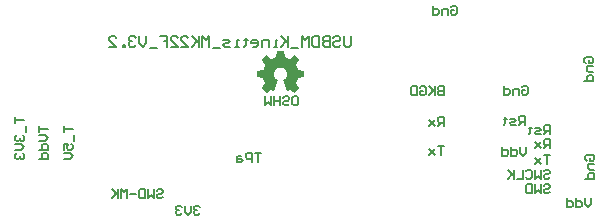
<source format=gbo>
G04 Layer_Color=32896*
%FSLAX24Y24*%
%MOIN*%
G70*
G01*
G75*
%ADD46C,0.0050*%
%ADD48C,0.0070*%
G36*
X11546Y2336D02*
Y2331D01*
X11585Y2134D01*
Y2131D01*
Y2128D01*
X11588Y2125D01*
X11593Y2123D01*
X11726Y2067D01*
X11740D01*
X11904Y2184D01*
X11915D01*
X11918Y2181D01*
X12060Y2042D01*
Y2039D01*
Y2034D01*
Y2031D01*
Y2028D01*
X11946Y1864D01*
Y1862D01*
Y1856D01*
Y1853D01*
Y1848D01*
X12010Y1712D01*
Y1709D01*
X12012Y1706D01*
X12018Y1703D01*
X12207Y1670D01*
X12212D01*
X12215Y1667D01*
Y1662D01*
Y1462D01*
Y1459D01*
X12212Y1456D01*
X12207Y1453D01*
X12024Y1414D01*
X12018D01*
X12015Y1412D01*
X12012Y1406D01*
X11951Y1259D01*
Y1256D01*
Y1251D01*
Y1248D01*
Y1245D01*
X12060Y1090D01*
Y1084D01*
Y1081D01*
Y1078D01*
X11918Y940D01*
X11915Y937D01*
X11910D01*
X11904Y940D01*
X11754Y1042D01*
X11740D01*
X11674Y1003D01*
X11668D01*
X11665Y1006D01*
X11662Y1009D01*
X11524Y1345D01*
Y1348D01*
Y1351D01*
X11526Y1359D01*
X11546Y1367D01*
X11549Y1370D01*
X11551Y1373D01*
X11554Y1378D01*
X11560Y1381D01*
X11571Y1389D01*
X11585Y1403D01*
X11604Y1423D01*
X11624Y1448D01*
X11638Y1478D01*
X11649Y1514D01*
X11654Y1556D01*
Y1559D01*
Y1573D01*
X11651Y1589D01*
X11646Y1609D01*
X11638Y1634D01*
X11626Y1662D01*
X11613Y1687D01*
X11590Y1712D01*
X11588Y1714D01*
X11579Y1723D01*
X11565Y1734D01*
X11549Y1745D01*
X11526Y1756D01*
X11501Y1767D01*
X11471Y1775D01*
X11438Y1778D01*
X11424D01*
X11407Y1775D01*
X11385Y1770D01*
X11363Y1762D01*
X11335Y1750D01*
X11310Y1734D01*
X11285Y1712D01*
X11282Y1709D01*
X11274Y1700D01*
X11265Y1687D01*
X11254Y1667D01*
X11240Y1645D01*
X11232Y1620D01*
X11224Y1589D01*
X11221Y1556D01*
Y1551D01*
X11224Y1537D01*
X11227Y1514D01*
X11232Y1489D01*
X11246Y1462D01*
X11263Y1431D01*
X11285Y1403D01*
X11318Y1378D01*
X11321Y1376D01*
X11324Y1370D01*
X11326D01*
X11329Y1367D01*
X11346Y1359D01*
X11349Y1356D01*
X11351Y1345D01*
X11215Y1009D01*
X11213Y1006D01*
X11202Y1003D01*
X11135Y1042D01*
X11121D01*
X10971Y940D01*
X10965Y937D01*
X10963D01*
X10957Y940D01*
X10813Y1078D01*
Y1084D01*
Y1087D01*
Y1090D01*
X10924Y1245D01*
Y1248D01*
Y1251D01*
Y1253D01*
Y1259D01*
X10860Y1406D01*
Y1409D01*
Y1412D01*
X10857Y1414D01*
X10852D01*
X10668Y1453D01*
X10666D01*
X10663Y1456D01*
X10660Y1462D01*
Y1662D01*
Y1664D01*
Y1667D01*
X10663Y1670D01*
X10668D01*
X10857Y1703D01*
X10860D01*
X10865Y1706D01*
X10871Y1712D01*
X10927Y1848D01*
Y1850D01*
Y1856D01*
Y1859D01*
Y1862D01*
Y1864D01*
X10813Y2028D01*
Y2031D01*
Y2034D01*
Y2037D01*
Y2042D01*
X10957Y2181D01*
X10960Y2184D01*
X10971D01*
X11135Y2067D01*
X11149D01*
X11282Y2123D01*
X11285D01*
X11288Y2125D01*
X11290Y2128D01*
Y2134D01*
X11329Y2331D01*
Y2334D01*
Y2336D01*
X11332Y2339D01*
X11338Y2342D01*
X11543D01*
X11546Y2336D01*
D02*
G37*
D46*
X17114Y3780D02*
X17164Y3830D01*
X17264D01*
X17314Y3780D01*
Y3580D01*
X17264Y3530D01*
X17164D01*
X17114Y3580D01*
Y3680D01*
X17214D01*
X17014Y3530D02*
Y3730D01*
X16864D01*
X16814Y3680D01*
Y3530D01*
X16514Y3830D02*
Y3530D01*
X16664D01*
X16714Y3580D01*
Y3680D01*
X16664Y3730D01*
X16514D01*
X10784Y-1060D02*
X10584D01*
X10684D01*
Y-1360D01*
X10484D02*
Y-1060D01*
X10334D01*
X10284Y-1110D01*
Y-1210D01*
X10334Y-1260D01*
X10484D01*
X10134Y-1160D02*
X10034D01*
X9984Y-1210D01*
Y-1360D01*
X10134D01*
X10184Y-1310D01*
X10134Y-1260D01*
X9984D01*
X7304Y-2330D02*
X7354Y-2280D01*
X7454D01*
X7504Y-2330D01*
Y-2380D01*
X7454Y-2430D01*
X7354D01*
X7304Y-2480D01*
Y-2530D01*
X7354Y-2580D01*
X7454D01*
X7504Y-2530D01*
X7204Y-2280D02*
Y-2580D01*
X7104Y-2480D01*
X7004Y-2580D01*
Y-2280D01*
X6904D02*
Y-2580D01*
X6754D01*
X6704Y-2530D01*
Y-2330D01*
X6754Y-2280D01*
X6904D01*
X6604Y-2430D02*
X6404D01*
X6304Y-2580D02*
Y-2280D01*
X6204Y-2380D01*
X6104Y-2280D01*
Y-2580D01*
X6004Y-2280D02*
Y-2580D01*
Y-2480D01*
X5804Y-2280D01*
X5954Y-2430D01*
X5804Y-2580D01*
X3374Y-164D02*
Y-364D01*
Y-264D01*
X3674D01*
X3374Y-464D02*
X3574D01*
X3674Y-563D01*
X3574Y-663D01*
X3374D01*
Y-963D02*
X3674D01*
Y-813D01*
X3624Y-763D01*
X3524D01*
X3474Y-813D01*
Y-963D01*
X3374Y-1263D02*
X3674D01*
Y-1113D01*
X3624Y-1063D01*
X3524D01*
X3474Y-1113D01*
Y-1263D01*
X2594Y116D02*
Y-84D01*
Y16D01*
X2894D01*
X2944Y-184D02*
Y-383D01*
X2644Y-483D02*
X2594Y-533D01*
Y-633D01*
X2644Y-683D01*
X2694D01*
X2744Y-633D01*
Y-583D01*
Y-633D01*
X2794Y-683D01*
X2844D01*
X2894Y-633D01*
Y-533D01*
X2844Y-483D01*
X2594Y-783D02*
X2794D01*
X2894Y-883D01*
X2794Y-983D01*
X2594D01*
X2644Y-1083D02*
X2594Y-1133D01*
Y-1233D01*
X2644Y-1283D01*
X2694D01*
X2744Y-1233D01*
Y-1183D01*
Y-1233D01*
X2794Y-1283D01*
X2844D01*
X2894Y-1233D01*
Y-1133D01*
X2844Y-1083D01*
X4204Y-174D02*
Y-374D01*
Y-274D01*
X4504D01*
X4554Y-474D02*
Y-673D01*
X4204Y-973D02*
Y-773D01*
X4354D01*
X4304Y-873D01*
Y-923D01*
X4354Y-973D01*
X4454D01*
X4504Y-923D01*
Y-823D01*
X4454Y-773D01*
X4204Y-1073D02*
X4404D01*
X4504Y-1173D01*
X4404Y-1273D01*
X4204D01*
X21644Y-1330D02*
X21594Y-1280D01*
Y-1180D01*
X21644Y-1130D01*
X21844D01*
X21894Y-1180D01*
Y-1280D01*
X21844Y-1330D01*
X21744D01*
Y-1230D01*
X21894Y-1430D02*
X21694D01*
Y-1580D01*
X21744Y-1630D01*
X21894D01*
X21594Y-1930D02*
X21894D01*
Y-1780D01*
X21844Y-1730D01*
X21744D01*
X21694Y-1780D01*
Y-1930D01*
X21614Y1920D02*
X21564Y1970D01*
Y2070D01*
X21614Y2120D01*
X21814D01*
X21864Y2070D01*
Y1970D01*
X21814Y1920D01*
X21714D01*
Y2020D01*
X21864Y1820D02*
X21664D01*
Y1670D01*
X21714Y1620D01*
X21864D01*
X21564Y1320D02*
X21864D01*
Y1470D01*
X21814Y1520D01*
X21714D01*
X21664Y1470D01*
Y1320D01*
X20414Y-450D02*
Y-150D01*
X20264D01*
X20214Y-200D01*
Y-300D01*
X20264Y-350D01*
X20414D01*
X20314D02*
X20214Y-450D01*
X20114D02*
X19964D01*
X19914Y-400D01*
X19964Y-350D01*
X20064D01*
X20114Y-300D01*
X20064Y-250D01*
X19914D01*
X19764Y-200D02*
Y-250D01*
X19814D01*
X19714D01*
X19764D01*
Y-400D01*
X19714Y-450D01*
X20414Y-910D02*
Y-610D01*
X20264D01*
X20214Y-660D01*
Y-760D01*
X20264Y-810D01*
X20414D01*
X20314D02*
X20214Y-910D01*
X20114Y-710D02*
X19914Y-910D01*
X20014Y-810D01*
X19914Y-710D01*
X20114Y-910D01*
X20414Y-1130D02*
X20214D01*
X20314D01*
Y-1430D01*
X20114Y-1230D02*
X19914Y-1430D01*
X20014Y-1330D01*
X19914Y-1230D01*
X20114Y-1430D01*
X20214Y-1680D02*
X20264Y-1630D01*
X20364D01*
X20414Y-1680D01*
Y-1730D01*
X20364Y-1780D01*
X20264D01*
X20214Y-1830D01*
Y-1880D01*
X20264Y-1930D01*
X20364D01*
X20414Y-1880D01*
X20114Y-1630D02*
Y-1930D01*
X20014Y-1830D01*
X19914Y-1930D01*
Y-1630D01*
X19614Y-1680D02*
X19664Y-1630D01*
X19764D01*
X19814Y-1680D01*
Y-1880D01*
X19764Y-1930D01*
X19664D01*
X19614Y-1880D01*
X19514Y-1630D02*
Y-1930D01*
X19314D01*
X19214Y-1630D02*
Y-1930D01*
Y-1830D01*
X19014Y-1630D01*
X19164Y-1780D01*
X19014Y-1930D01*
X20214Y-2160D02*
X20264Y-2110D01*
X20364D01*
X20414Y-2160D01*
Y-2210D01*
X20364Y-2260D01*
X20264D01*
X20214Y-2310D01*
Y-2360D01*
X20264Y-2410D01*
X20364D01*
X20414Y-2360D01*
X20114Y-2110D02*
Y-2410D01*
X20014Y-2310D01*
X19914Y-2410D01*
Y-2110D01*
X19814D02*
Y-2410D01*
X19664D01*
X19614Y-2360D01*
Y-2160D01*
X19664Y-2110D01*
X19814D01*
X21774Y-2580D02*
Y-2780D01*
X21674Y-2880D01*
X21574Y-2780D01*
Y-2580D01*
X21274D02*
Y-2880D01*
X21424D01*
X21474Y-2830D01*
Y-2730D01*
X21424Y-2680D01*
X21274D01*
X20974Y-2580D02*
Y-2880D01*
X21124D01*
X21174Y-2830D01*
Y-2730D01*
X21124Y-2680D01*
X20974D01*
X19634Y-860D02*
Y-1060D01*
X19534Y-1160D01*
X19434Y-1060D01*
Y-860D01*
X19134D02*
Y-1160D01*
X19284D01*
X19334Y-1110D01*
Y-1010D01*
X19284Y-960D01*
X19134D01*
X18834Y-860D02*
Y-1160D01*
X18984D01*
X19034Y-1110D01*
Y-1010D01*
X18984Y-960D01*
X18834D01*
X19574Y-130D02*
Y170D01*
X19424D01*
X19374Y120D01*
Y20D01*
X19424Y-30D01*
X19574D01*
X19474D02*
X19374Y-130D01*
X19274D02*
X19124D01*
X19074Y-80D01*
X19124Y-30D01*
X19224D01*
X19274Y20D01*
X19224Y70D01*
X19074D01*
X18924Y120D02*
Y70D01*
X18974D01*
X18874D01*
X18924D01*
Y-80D01*
X18874Y-130D01*
X19474Y1120D02*
X19524Y1170D01*
X19624D01*
X19674Y1120D01*
Y920D01*
X19624Y870D01*
X19524D01*
X19474Y920D01*
Y1020D01*
X19574D01*
X19374Y870D02*
Y1070D01*
X19224D01*
X19174Y1020D01*
Y870D01*
X18874Y1170D02*
Y870D01*
X19024D01*
X19074Y920D01*
Y1020D01*
X19024Y1070D01*
X18874D01*
X16884Y-840D02*
X16684D01*
X16784D01*
Y-1140D01*
X16584Y-940D02*
X16384Y-1140D01*
X16484Y-1040D01*
X16384Y-940D01*
X16584Y-1140D01*
X16884Y-160D02*
Y140D01*
X16734D01*
X16684Y90D01*
Y-10D01*
X16734Y-60D01*
X16884D01*
X16784D02*
X16684Y-160D01*
X16584Y40D02*
X16384Y-160D01*
X16484Y-60D01*
X16384Y40D01*
X16584Y-160D01*
X16884Y1150D02*
Y850D01*
X16734D01*
X16684Y900D01*
Y950D01*
X16734Y1000D01*
X16884D01*
X16734D01*
X16684Y1050D01*
Y1100D01*
X16734Y1150D01*
X16884D01*
X16584D02*
Y850D01*
Y950D01*
X16384Y1150D01*
X16534Y1000D01*
X16384Y850D01*
X16084Y1100D02*
X16134Y1150D01*
X16234D01*
X16284Y1100D01*
Y900D01*
X16234Y850D01*
X16134D01*
X16084Y900D01*
Y1000D01*
X16184D01*
X15984Y1150D02*
Y850D01*
X15834D01*
X15784Y900D01*
Y1100D01*
X15834Y1150D01*
X15984D01*
X13780Y2820D02*
Y2528D01*
X13722Y2470D01*
X13605D01*
X13547Y2528D01*
Y2820D01*
X13197Y2762D02*
X13255Y2820D01*
X13372D01*
X13430Y2762D01*
Y2703D01*
X13372Y2645D01*
X13255D01*
X13197Y2587D01*
Y2528D01*
X13255Y2470D01*
X13372D01*
X13430Y2528D01*
X13080Y2820D02*
Y2470D01*
X12905D01*
X12847Y2528D01*
Y2587D01*
X12905Y2645D01*
X13080D01*
X12905D01*
X12847Y2703D01*
Y2762D01*
X12905Y2820D01*
X13080D01*
X12730D02*
Y2470D01*
X12555D01*
X12497Y2528D01*
Y2762D01*
X12555Y2820D01*
X12730D01*
X12380Y2470D02*
Y2820D01*
X12264Y2703D01*
X12147Y2820D01*
Y2470D01*
X12031Y2412D02*
X11797D01*
X11681Y2820D02*
Y2470D01*
Y2587D01*
X11447Y2820D01*
X11622Y2645D01*
X11447Y2470D01*
X11331D02*
X11214D01*
X11272D01*
Y2703D01*
X11331D01*
X11039Y2470D02*
Y2703D01*
X10864D01*
X10806Y2645D01*
Y2470D01*
X10514D02*
X10631D01*
X10689Y2528D01*
Y2645D01*
X10631Y2703D01*
X10514D01*
X10456Y2645D01*
Y2587D01*
X10689D01*
X10281Y2762D02*
Y2703D01*
X10339D01*
X10223D01*
X10281D01*
Y2528D01*
X10223Y2470D01*
X10048D02*
X9931D01*
X9990D01*
Y2703D01*
X10048D01*
X9756Y2470D02*
X9581D01*
X9523Y2528D01*
X9581Y2587D01*
X9698D01*
X9756Y2645D01*
X9698Y2703D01*
X9523D01*
X9406Y2412D02*
X9173D01*
X9057Y2470D02*
Y2820D01*
X8940Y2703D01*
X8823Y2820D01*
Y2470D01*
X8707Y2820D02*
Y2470D01*
Y2587D01*
X8473Y2820D01*
X8648Y2645D01*
X8473Y2470D01*
X8123D02*
X8357D01*
X8123Y2703D01*
Y2762D01*
X8182Y2820D01*
X8298D01*
X8357Y2762D01*
X7774Y2470D02*
X8007D01*
X7774Y2703D01*
Y2762D01*
X7832Y2820D01*
X7949D01*
X8007Y2762D01*
X7424Y2820D02*
X7657D01*
Y2645D01*
X7540D01*
X7657D01*
Y2470D01*
X7307Y2412D02*
X7074D01*
X6957Y2820D02*
Y2587D01*
X6841Y2470D01*
X6724Y2587D01*
Y2820D01*
X6607Y2762D02*
X6549Y2820D01*
X6432D01*
X6374Y2762D01*
Y2703D01*
X6432Y2645D01*
X6491D01*
X6432D01*
X6374Y2587D01*
Y2528D01*
X6432Y2470D01*
X6549D01*
X6607Y2528D01*
X6257Y2470D02*
Y2528D01*
X6199D01*
Y2470D01*
X6257D01*
X5733D02*
X5966D01*
X5733Y2703D01*
Y2762D01*
X5791Y2820D01*
X5908D01*
X5966Y2762D01*
X8750Y-2890D02*
X8700Y-2840D01*
X8600D01*
X8550Y-2890D01*
Y-2940D01*
X8600Y-2990D01*
X8650D01*
X8600D01*
X8550Y-3040D01*
Y-3090D01*
X8600Y-3140D01*
X8700D01*
X8750Y-3090D01*
X8450Y-2840D02*
Y-3040D01*
X8350Y-3140D01*
X8250Y-3040D01*
Y-2840D01*
X8150Y-2890D02*
X8100Y-2840D01*
X8000D01*
X7950Y-2890D01*
Y-2940D01*
X8000Y-2990D01*
X8050D01*
X8000D01*
X7950Y-3040D01*
Y-3090D01*
X8000Y-3140D01*
X8100D01*
X8150Y-3090D01*
D48*
X11870Y820D02*
X11970D01*
X12020Y770D01*
Y570D01*
X11970Y520D01*
X11870D01*
X11820Y570D01*
Y770D01*
X11870Y820D01*
X11520Y770D02*
X11570Y820D01*
X11670D01*
X11720Y770D01*
Y720D01*
X11670Y670D01*
X11570D01*
X11520Y620D01*
Y570D01*
X11570Y520D01*
X11670D01*
X11720Y570D01*
X11420Y820D02*
Y520D01*
Y670D01*
X11220D01*
Y820D01*
Y520D01*
X11120Y820D02*
Y520D01*
X11020Y620D01*
X10920Y520D01*
Y820D01*
M02*

</source>
